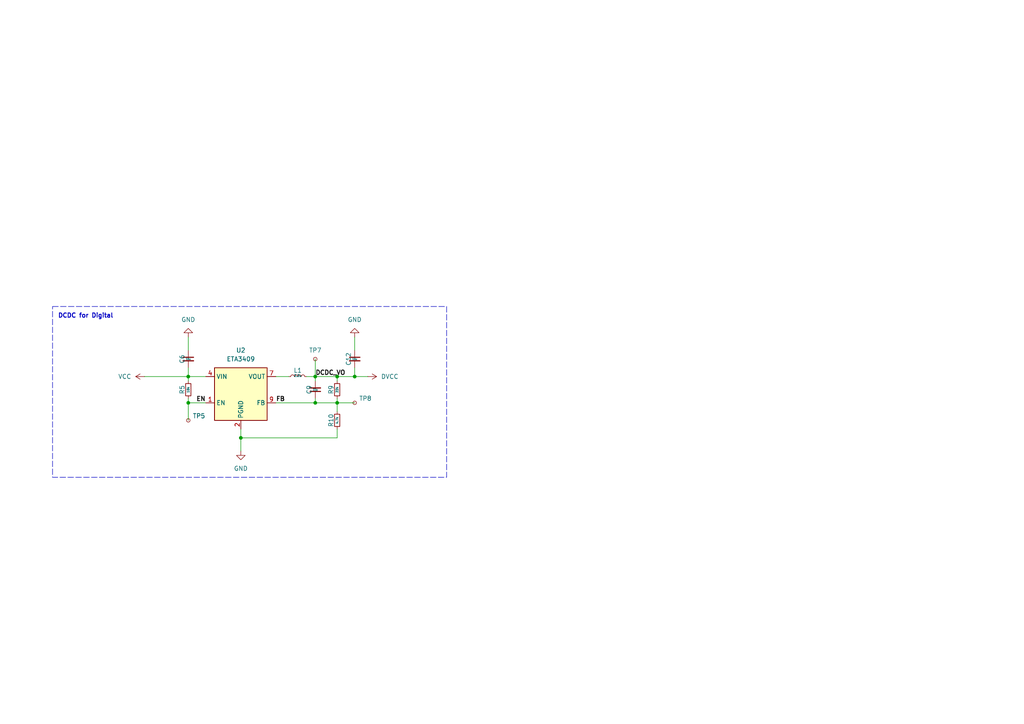
<source format=kicad_sch>
(kicad_sch (version 20241209) (generator "eeschema") (generator_version "9.0")
  (paper "A4")
  (lib_symbols
    (symbol "Connector:TestPoint_Small" (pin_numbers (hide yes)) (pin_names (offset 0.762) (hide yes))
      (property "Reference" "TP" (at 0 3.81 0))
      (property "Value" "TestPoint_Small" (at 0 2.032 0))
      (symbol "TestPoint_Small_0_1"
        (circle (center 0 0) (radius 0.508))
      )
      (symbol "TestPoint_Small_1_1"
        (pin passive line (at 0 0 90) (length 0) (name "1") (number "1"))
      )
    )
    (symbol "Converter_DCDC:ETA3409"
      (property "Reference" "U" (at 0 11.176 0))
      (property "Value" "ETA3409" (at 0 4.318 0))
      (symbol "ETA3409_0_1"
        (rectangle (start -7.62 10.16) (end 7.62 -5.08) (stroke (width 0.254)) (fill (type background)))
      )
      (symbol "ETA3409_1_1"
        (pin power_in line (at -10.16 7.62 0) (length 2.54) (name "VIN") (number "4"))
        (pin input line (at -10.16 0 0) (length 2.54) (name "EN") (number "1"))
        (pin power_in line (at 0 -7.62 90) (length 2.54) (name "PGND") (number "2"))
        (pin power_out line (at 10.16 7.62 180) (length 2.54) (name "VOUT") (number "7"))
        (pin input line (at 10.16 0 180) (length 2.54) (name "FB") (number "9"))
      )
    )
    (symbol "Device:C_Small" (pin_numbers (hide yes)) (pin_names (offset 0.254) (hide yes))
      (property "Reference" "C" (at 0.254 1.778 0))
      (property "Value" "C_Small" (at 0.254 -2.032 0))
      (symbol "C_Small_0_1"
        (polyline (pts (xy -1.524 0.508) (xy 1.524 0.508)) (stroke (width 0.3048)))
        (polyline (pts (xy -1.524 -0.508) (xy 1.524 -0.508)) (stroke (width 0.3302)))
      )
      (symbol "C_Small_1_1"
        (pin passive line (at 0 2.54 270) (length 2.032) (name "~") (number "1"))
        (pin passive line (at 0 -2.54 90) (length 2.032) (name "~") (number "2"))
      )
    )
    (symbol "Device:L_Small" (pin_numbers (hide yes)) (pin_names (offset 0.254) (hide yes))
      (property "Reference" "L" (at 0.762 1.016 0))
      (property "Value" "L_Small" (at 0.762 -1.016 0))
      (symbol "L_Small_0_1"
        (arc (start 0 2.032) (mid 0.5058 1.524) (end 0 1.016))
        (arc (start 0 1.016) (mid 0.5058 0.508) (end 0 0))
        (arc (start 0 0) (mid 0.5058 -0.508) (end 0 -1.016))
        (arc (start 0 -1.016) (mid 0.5058 -1.524) (end 0 -2.032))
      )
      (symbol "L_Small_1_1"
        (pin passive line (at 0 2.54 270) (length 0.508) (name "~") (number "1"))
        (pin passive line (at 0 -2.54 90) (length 0.508) (name "~") (number "2"))
      )
    )
    (symbol "Device:R_Small" (pin_numbers (hide yes)) (pin_names (offset 0.254) (hide yes))
      (property "Reference" "R" (at 0.762 0.508 0))
      (property "Value" "R_Small" (at 0.762 -1.016 0))
      (symbol "R_Small_0_1"
        (rectangle (start -0.762 1.778) (end 0.762 -1.778) (stroke (width 0.2032)))
      )
      (symbol "R_Small_1_1"
        (pin passive line (at 0 2.54 270) (length 0.762) (name "~") (number "1"))
        (pin passive line (at 0 -2.54 90) (length 0.762) (name "~") (number "2"))
      )
    )
    (symbol "power:GND" (power) (pin_numbers (hide yes)) (pin_names (offset 0) (hide yes))
      (property "Value" "GND" (at 0 -3.81 0))
      (symbol "GND_0_1"
        (polyline (pts (xy 0 0) (xy 0 -1.27) (xy 1.27 -1.27) (xy 0 -2.54) (xy -1.27 -1.27) (xy 0 -1.27)))
      )
      (symbol "GND_1_1"
        (pin power_in line (at 0 0 270) (length 0) (name "~") (number "1"))
      )
    )
    (symbol "power:VCC" (power) (pin_numbers (hide yes)) (pin_names (offset 0) (hide yes))
      (property "Value" "VCC" (at 0 3.556 0))
      (symbol "VCC_0_1"
        (polyline (pts (xy -0.762 1.27) (xy 0 2.54)))
        (polyline (pts (xy 0 2.54) (xy 0.762 1.27)))
        (polyline (pts (xy 0 0) (xy 0 2.54)))
      )
      (symbol "VCC_1_1"
        (pin power_in line (at 0 0 90) (length 0) (name "~") (number "1"))
      )
    )
  )
  (rectangle (start 15.24 88.9) (end 129.54 138.43) (stroke (width 0) (type dash)))
  (text "DCDC for Digital" (at 16.764 91.694 0) (effects (font (size 1.27 1.27) (thickness 0.254) (bold yes)) (justify left)))
  (junction (at 97.79 116.84))
  (junction (at 91.44 109.22))
  (junction (at 91.44 116.84))
  (junction (at 69.85 127))
  (junction (at 102.87 109.22))
  (junction (at 54.61 116.84))
  (junction (at 54.61 109.22))
  (junction (at 97.79 109.22))
  (wire (pts (xy 97.79 115.57) (xy 97.79 116.84)))
  (wire (pts (xy 91.44 115.57) (xy 91.44 116.84)))
  (wire (pts (xy 102.87 97.79) (xy 102.87 101.6)))
  (wire (pts (xy 102.87 109.22) (xy 106.68 109.22)))
  (wire (pts (xy 54.61 106.68) (xy 54.61 109.22)))
  (wire (pts (xy 80.01 116.84) (xy 91.44 116.84)))
  (wire (pts (xy 97.79 109.22) (xy 97.79 110.49)))
  (wire (pts (xy 54.61 116.84) (xy 59.69 116.84)))
  (wire (pts (xy 91.44 116.84) (xy 97.79 116.84)))
  (wire (pts (xy 54.61 116.84) (xy 54.61 121.92)))
  (wire (pts (xy 97.79 109.22) (xy 102.87 109.22)))
  (wire (pts (xy 80.01 109.22) (xy 83.82 109.22)))
  (wire (pts (xy 54.61 109.22) (xy 54.61 110.49)))
  (wire (pts (xy 88.9 109.22) (xy 91.44 109.22)))
  (wire (pts (xy 69.85 127) (xy 97.79 127)))
  (wire (pts (xy 69.85 124.46) (xy 69.85 127)))
  (wire (pts (xy 91.44 104.14) (xy 91.44 109.22)))
  (wire (pts (xy 41.91 109.22) (xy 54.61 109.22)))
  (wire (pts (xy 102.87 106.68) (xy 102.87 109.22)))
  (wire (pts (xy 97.79 116.84) (xy 102.87 116.84)))
  (wire (pts (xy 54.61 97.79) (xy 54.61 101.6)))
  (wire (pts (xy 97.79 116.84) (xy 97.79 119.38)))
  (wire (pts (xy 91.44 109.22) (xy 97.79 109.22)))
  (wire (pts (xy 54.61 109.22) (xy 59.69 109.22)))
  (wire (pts (xy 97.79 124.46) (xy 97.79 127)))
  (wire (pts (xy 69.85 127) (xy 69.85 130.81)))
  (wire (pts (xy 91.44 109.22) (xy 91.44 110.49)))
  (wire (pts (xy 54.61 115.57) (xy 54.61 116.84)))
  (label "DCDC_VO" (at 91.44 109.22 0) (effects (font (thickness 0.254) (bold yes))))
  (label "FB" (at 80.01 116.84 0) (effects (font (thickness 0.254) (bold yes))))
  (label "EN" (at 59.69 116.84 180) (effects (font (thickness 0.254) (bold yes))))
  (symbol (lib_id "power:VCC") (at 106.68 109.22 270) (unit 1)
    (property "Reference" "#PWR020" (effects (hide yes)))
    (property "Value" "DVCC" (at 110.49 109.2199 90) (effects (justify left)))
    (property "Description" "Power symbol creates a global label with name \"VCC\"" (effects (hide yes)))
  )
  (symbol (lib_id "Device:C_Small") (at 54.61 104.14 0) (unit 1)
    (property "Reference" "C6" (at 52.832 104.14 90))
    (property "Value" "10u" (at 54.61 104.14 0) (effects (font (size 0.5 0.5))))
    (property "Footprint" "Capacitor_SMD:C_0603_1608Metric_Pad1.08x0.95mm_HandSolder" (effects (hide yes)))
    (property "Description" "Ceramic capacitor, 4.7u±10%, 6.3V" (effects (hide yes)))
    (property "Manufactor" "VIIYONG" (effects (hide yes)))
  )
  (symbol (lib_id "Device:R_Small") (at 54.61 113.03 180) (unit 1)
    (property "Reference" "R5" (at 52.832 113.03 90))
    (property "Value" "10k" (at 54.61 113.03 90) (effects (font (size 0.635 0.635))))
    (property "Description" "Resistor, small symbol" (effects (hide yes)))
  )
  (symbol (lib_id "Device:L_Small") (at 86.36 109.22 90) (unit 1)
    (property "Reference" "L1" (at 86.36 107.442 90))
    (property "Value" "2.2u" (at 86.36 108.966 90) (effects (font (size 0.635 0.635))))
    (property "Description" "Inductor, small symbol" (effects (hide yes)))
  )
  (symbol (lib_id "power:GND") (at 69.85 130.81 0) (unit 1)
    (property "Reference" "#PWR014" (effects (hide yes)))
    (property "Value" "GND" (at 69.85 135.89 0))
    (property "Description" "Power symbol creates a global label with name \"GND\" , ground" (effects (hide yes)))
  )
  (symbol (lib_id "power:GND") (at 102.87 97.79 180) (unit 1)
    (property "Reference" "#PWR017" (effects (hide yes)))
    (property "Value" "GND" (at 102.87 92.71 0))
    (property "Description" "Power symbol creates a global label with name \"GND\" , ground" (effects (hide yes)))
  )
  (symbol (lib_id "power:VCC") (at 41.91 109.22 90) (unit 1)
    (property "Reference" "#PWR07" (effects (hide yes)))
    (property "Value" "VCC" (at 38.1 109.2199 90) (effects (justify left)))
    (property "Description" "Power symbol creates a global label with name \"VCC\"" (effects (hide yes)))
  )
  (symbol (lib_id "Converter_DCDC:ETA3409") (at 69.85 116.84 0) (unit 1)
    (property "Reference" "U2" (at 69.85 101.6 0))
    (property "Value" "ETA3409" (at 69.85 104.14 0))
    (property "Footprint" "Package_TO_SOT_SMD:SOT-23-5" (effects (hide yes)))
    (property "Description" "high-efficiency, DC-to-DC, step down switching regulator, 3A" (effects (hide yes)))
  )
  (symbol (lib_id "power:GND") (at 54.61 97.79 180) (unit 1)
    (property "Reference" "#PWR011" (effects (hide yes)))
    (property "Value" "GND" (at 54.61 92.71 0))
    (property "Description" "Power symbol creates a global label with name \"GND\" , ground" (effects (hide yes)))
  )
  (symbol (lib_id "Device:R_Small") (at 97.79 113.03 180) (unit 1)
    (property "Reference" "R9" (at 96.012 113.03 90))
    (property "Value" "22k" (at 97.79 113.03 90) (effects (font (size 0.635 0.635))))
    (property "Description" "Resistor, small symbol" (effects (hide yes)))
  )
  (symbol (lib_id "Device:C_Small") (at 102.87 104.14 0) (unit 1)
    (property "Reference" "C12" (at 101.092 104.14 90))
    (property "Value" "10u" (at 102.87 104.14 0) (effects (font (size 0.5 0.5))))
    (property "Footprint" "Capacitor_SMD:C_0603_1608Metric_Pad1.08x0.95mm_HandSolder" (effects (hide yes)))
    (property "Description" "Ceramic capacitor, 4.7u±10%, 6.3V" (effects (hide yes)))
    (property "Manufactor" "VIIYONG" (effects (hide yes)))
  )
  (symbol (lib_id "Device:C_Small") (at 91.44 113.03 180) (unit 1)
    (property "Reference" "C9" (at 89.662 113.03 90))
    (property "Value" "22p" (at 91.44 113.03 0) (effects (font (size 0.5 0.5))))
    (property "Footprint" "Capacitor_SMD:C_0603_1608Metric_Pad1.08x0.95mm_HandSolder" (effects (hide yes)))
    (property "Description" "Ceramic capacitor, 4.7u±10%, 6.3V" (effects (hide yes)))
    (property "Manufactor" "VIIYONG" (effects (hide yes)))
  )
  (symbol (lib_id "Connector:TestPoint_Small") (at 91.44 104.14 90) (unit 1)
    (property "Reference" "TP7" (at 91.44 101.6 90))
    (property "Value" "TestPoint_Small" (effects (hide yes)))
    (property "Description" "test point" (effects (hide yes)))
  )
  (symbol (lib_id "Connector:TestPoint_Small") (at 102.87 116.84 0) (unit 1)
    (property "Reference" "TP8" (at 104.14 115.5699 0) (effects (justify left)))
    (property "Value" "TestPoint_Small" (effects (hide yes)))
    (property "Description" "test point" (effects (hide yes)))
  )
  (symbol (lib_id "Device:R_Small") (at 97.79 121.92 180) (unit 1)
    (property "Reference" "R10" (at 96.012 121.92 90))
    (property "Value" "4.7k" (at 97.79 121.92 90) (effects (font (size 0.635 0.635))))
    (property "Description" "Resistor, small symbol" (effects (hide yes)))
  )
  (symbol (lib_id "Connector:TestPoint_Small") (at 54.61 121.92 0) (unit 1)
    (property "Reference" "TP5" (at 55.88 120.6499 0) (effects (justify left)))
    (property "Value" "TestPoint_Small" (effects (hide yes)))
    (property "Description" "test point" (effects (hide yes)))
  )
)
</source>
